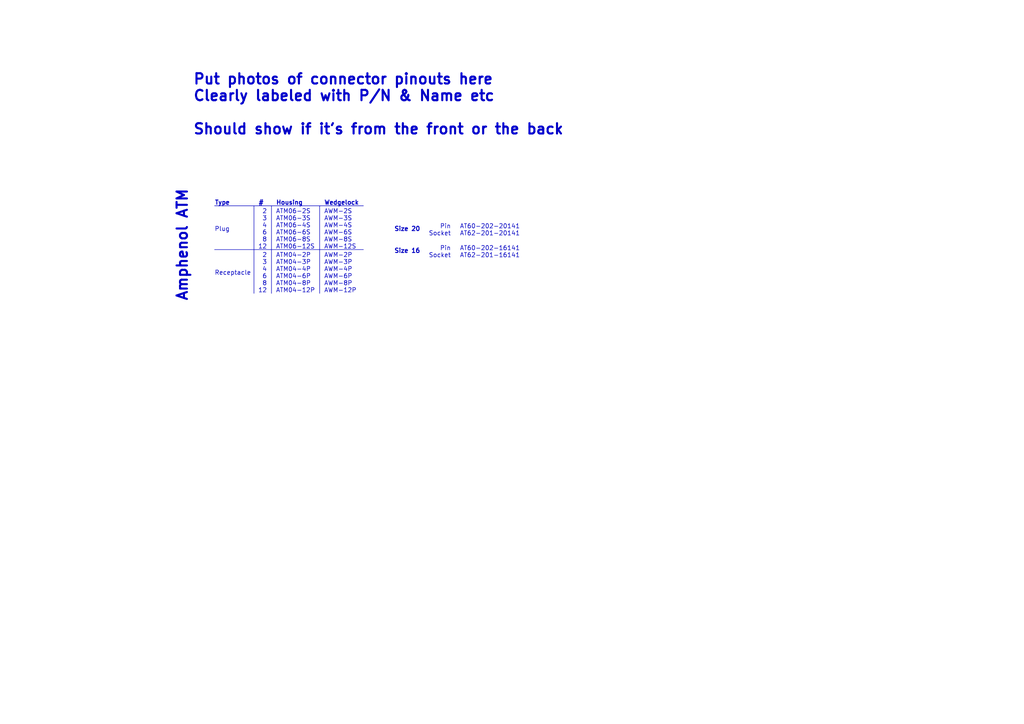
<source format=kicad_sch>
(kicad_sch
	(version 20231120)
	(generator "eeschema")
	(generator_version "8.0")
	(uuid "47439570-2d4f-413d-a616-c3056bedd563")
	(paper "A4")
	(title_block
		(title "MISC  - PINOUTS")
	)
	(lib_symbols)
	(polyline
		(pts
			(xy 92.71 59.69) (xy 92.71 85.09)
		)
		(stroke
			(width 0)
			(type default)
		)
		(uuid "4d197597-e6e6-4b7f-8ab5-ad964f8f1abd")
	)
	(polyline
		(pts
			(xy 78.74 59.69) (xy 78.74 85.09)
		)
		(stroke
			(width 0)
			(type default)
		)
		(uuid "736c934c-78ed-4f47-9757-ac0eda94cc74")
	)
	(polyline
		(pts
			(xy 62.23 72.39) (xy 105.41 72.39)
		)
		(stroke
			(width 0)
			(type default)
		)
		(uuid "939c1152-016a-482a-a633-cc1597e8433e")
	)
	(polyline
		(pts
			(xy 62.23 59.69) (xy 105.41 59.69)
		)
		(stroke
			(width 0)
			(type default)
		)
		(uuid "a608a865-a97c-43ef-8cbe-9bf61998ae29")
	)
	(polyline
		(pts
			(xy 73.66 59.69) (xy 73.66 85.09)
		)
		(stroke
			(width 0)
			(type default)
		)
		(uuid "b837efae-0817-49c1-87ac-bde03159cf36")
	)
	(text "AWM-2S \nAWM-3S\nAWM-4S\nAWM-6S\nAWM-8S\nAWM-12S"
		(exclude_from_sim no)
		(at 93.98 72.39 0)
		(effects
			(font
				(size 1.27 1.27)
			)
			(justify left bottom)
		)
		(uuid "1416df61-a8fe-41c5-9c4b-181cac4e6e3c")
	)
	(text "Pin\nSocket"
		(exclude_from_sim no)
		(at 130.81 68.58 0)
		(effects
			(font
				(size 1.27 1.27)
			)
			(justify right bottom)
		)
		(uuid "1b1abbf4-37e7-489b-8e69-cfbb24520781")
	)
	(text "Put photos of connector pinouts here\nClearly labeled with P/N & Name etc\n\nShould show if it's from the front or the back"
		(exclude_from_sim no)
		(at 55.88 39.37 0)
		(effects
			(font
				(size 3 3)
				(bold yes)
			)
			(justify left bottom)
		)
		(uuid "25de71f7-096e-4697-8686-1c7699a39730")
	)
	(text "AT60-202-20141\nAT62-201-20141 "
		(exclude_from_sim no)
		(at 133.35 68.58 0)
		(effects
			(font
				(size 1.27 1.27)
			)
			(justify left bottom)
		)
		(uuid "3d1af886-0539-476a-a0e4-4d9d19ae1f70")
	)
	(text "Plug"
		(exclude_from_sim no)
		(at 62.23 67.31 0)
		(effects
			(font
				(size 1.27 1.27)
			)
			(justify left bottom)
		)
		(uuid "4105da5b-ba92-4beb-8585-8dbe8aea5547")
	)
	(text "Pin\nSocket"
		(exclude_from_sim no)
		(at 130.81 74.93 0)
		(effects
			(font
				(size 1.27 1.27)
			)
			(justify right bottom)
		)
		(uuid "49cd7eb2-fb78-4d02-adfd-0781ea1a53b8")
	)
	(text "Amphenol ATM"
		(exclude_from_sim no)
		(at 54.61 87.63 90)
		(effects
			(font
				(size 3 3)
				(thickness 0.6)
				(bold yes)
			)
			(justify left bottom)
		)
		(uuid "532e9077-7461-44dd-bb51-e9c10da3dadd")
	)
	(text "2\n3\n4\n6\n8\n12\n"
		(exclude_from_sim no)
		(at 77.47 85.09 0)
		(effects
			(font
				(size 1.27 1.27)
			)
			(justify right bottom)
		)
		(uuid "75f6492e-2eda-47c1-adb9-2cbddd77381e")
	)
	(text "ATM04-2P\nATM04-3P\nATM04-4P\nATM04-6P\nATM04-8P\nATM04-12P\n"
		(exclude_from_sim no)
		(at 80.01 85.09 0)
		(effects
			(font
				(size 1.27 1.27)
			)
			(justify left bottom)
		)
		(uuid "7b82cce2-7c61-4cfa-8a1f-6f26b89dc98a")
	)
	(text "2\n3\n4\n6\n8\n12\n"
		(exclude_from_sim no)
		(at 77.47 72.39 0)
		(effects
			(font
				(size 1.27 1.27)
			)
			(justify right bottom)
		)
		(uuid "80951f03-987c-4e57-ae98-e500ef6b9419")
	)
	(text "Housing"
		(exclude_from_sim no)
		(at 80.01 59.69 0)
		(effects
			(font
				(size 1.27 1.27)
				(thickness 0.254)
				(bold yes)
			)
			(justify left bottom)
		)
		(uuid "980dd201-18a1-45e4-a0b7-d6bcdc9a4916")
	)
	(text "ATM06-2S\nATM06-3S\nATM06-4S\nATM06-6S\nATM06-8S\nATM06-12S"
		(exclude_from_sim no)
		(at 80.01 72.39 0)
		(effects
			(font
				(size 1.27 1.27)
			)
			(justify left bottom)
		)
		(uuid "bd803a0e-bcbc-4789-863a-4c8025f23ba6")
	)
	(text "AWM-2P\nAWM-3P\nAWM-4P\nAWM-6P\nAWM-8P\nAWM-12P\n"
		(exclude_from_sim no)
		(at 93.98 85.09 0)
		(effects
			(font
				(size 1.27 1.27)
			)
			(justify left bottom)
		)
		(uuid "c2681c6e-24b4-445c-a368-d6f38275e3c2")
	)
	(text "Wedgelock"
		(exclude_from_sim no)
		(at 93.98 59.69 0)
		(effects
			(font
				(size 1.27 1.27)
				(thickness 0.254)
				(bold yes)
			)
			(justify left bottom)
		)
		(uuid "c5d92c55-ba0d-44de-8e5e-e886dd0a8155")
	)
	(text "Size 20"
		(exclude_from_sim no)
		(at 114.3 67.31 0)
		(effects
			(font
				(size 1.27 1.27)
				(thickness 0.254)
				(bold yes)
			)
			(justify left bottom)
		)
		(uuid "caced394-51eb-46d4-a69a-aa0967032991")
	)
	(text "#"
		(exclude_from_sim no)
		(at 74.93 59.69 0)
		(effects
			(font
				(size 1.27 1.27)
				(thickness 0.254)
				(bold yes)
			)
			(justify left bottom)
		)
		(uuid "dcd5ac6e-cbdd-48d2-b62d-6fed0e9ed6f8")
	)
	(text "AT60-202-16141\nAT62-201-16141"
		(exclude_from_sim no)
		(at 133.35 74.93 0)
		(effects
			(font
				(size 1.27 1.27)
			)
			(justify left bottom)
		)
		(uuid "dd73db77-546d-4d6d-8bef-e91089b57a5d")
	)
	(text "Receptacle"
		(exclude_from_sim no)
		(at 62.23 80.01 0)
		(effects
			(font
				(size 1.27 1.27)
			)
			(justify left bottom)
		)
		(uuid "f764c4ca-11bc-4e61-8a19-60ed285d56ce")
	)
	(text "Type"
		(exclude_from_sim no)
		(at 62.23 59.69 0)
		(effects
			(font
				(size 1.27 1.27)
				(thickness 0.254)
				(bold yes)
			)
			(justify left bottom)
		)
		(uuid "f9c3d5a5-38aa-41f1-811f-7e4826fbdfab")
	)
	(text "Size 16"
		(exclude_from_sim no)
		(at 114.3 73.66 0)
		(effects
			(font
				(size 1.27 1.27)
				(thickness 0.254)
				(bold yes)
			)
			(justify left bottom)
		)
		(uuid "ffc81f9f-d16f-4d87-bedb-0a9a9d58d3fe")
	)
)

</source>
